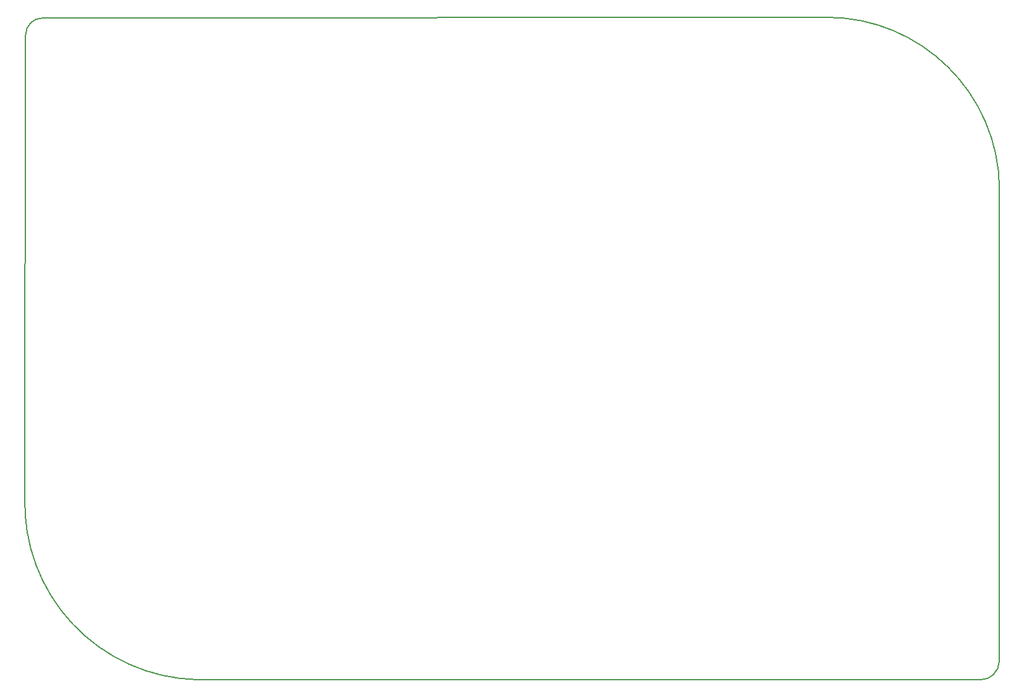
<source format=gm1>
%TF.GenerationSoftware,KiCad,Pcbnew,(6.0.4-0)*%
%TF.CreationDate,2022-07-27T11:57:38+02:00*%
%TF.ProjectId,basbousa,62617362-6f75-4736-912e-6b696361645f,v1.0.0*%
%TF.SameCoordinates,Original*%
%TF.FileFunction,Profile,NP*%
%FSLAX46Y46*%
G04 Gerber Fmt 4.6, Leading zero omitted, Abs format (unit mm)*
G04 Created by KiCad (PCBNEW (6.0.4-0)) date 2022-07-27 11:57:38*
%MOMM*%
%LPD*%
G01*
G04 APERTURE LIST*
%TA.AperFunction,Profile*%
%ADD10C,0.150000*%
%TD*%
G04 APERTURE END LIST*
D10*
X136378000Y124477905D02*
X29048446Y124367554D01*
X26670000Y58928000D02*
X26762446Y122081554D01*
X160020003Y101092000D02*
G75*
G03*
X136378000Y124477905I-23642003J-257500D01*
G01*
X26670002Y58928000D02*
G75*
G03*
X50292000Y33794081I24155508J-965030D01*
G01*
X157426728Y33769909D02*
G75*
G03*
X160001020Y36322000I-31528J2606191D01*
G01*
X160001020Y36322000D02*
X160020000Y101092000D01*
X157426728Y33769919D02*
X50292000Y33794081D01*
X29048446Y124367554D02*
G75*
G03*
X26762446Y122081554I4J-2286004D01*
G01*
M02*

</source>
